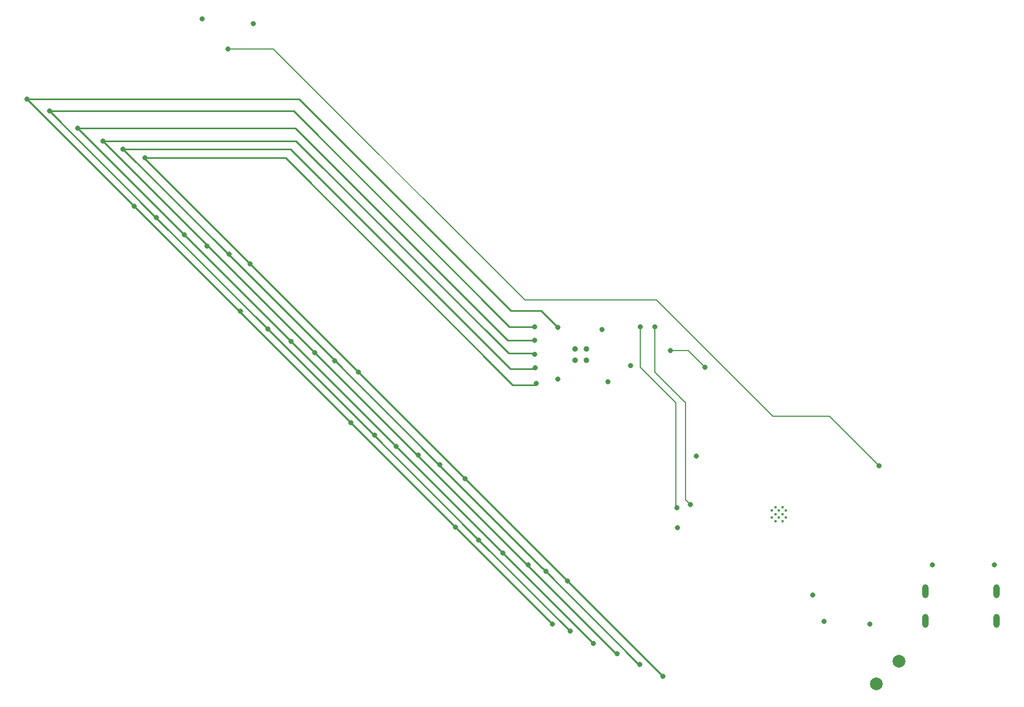
<source format=gbr>
%TF.GenerationSoftware,KiCad,Pcbnew,(7.0.0)*%
%TF.CreationDate,2023-03-08T22:11:07-06:00*%
%TF.ProjectId,LED Fan Blade,4c454420-4661-46e2-9042-6c6164652e6b,rev?*%
%TF.SameCoordinates,Original*%
%TF.FileFunction,Copper,L4,Bot*%
%TF.FilePolarity,Positive*%
%FSLAX46Y46*%
G04 Gerber Fmt 4.6, Leading zero omitted, Abs format (unit mm)*
G04 Created by KiCad (PCBNEW (7.0.0)) date 2023-03-08 22:11:07*
%MOMM*%
%LPD*%
G01*
G04 APERTURE LIST*
G04 Aperture macros list*
%AMRoundRect*
0 Rectangle with rounded corners*
0 $1 Rounding radius*
0 $2 $3 $4 $5 $6 $7 $8 $9 X,Y pos of 4 corners*
0 Add a 4 corners polygon primitive as box body*
4,1,4,$2,$3,$4,$5,$6,$7,$8,$9,$2,$3,0*
0 Add four circle primitives for the rounded corners*
1,1,$1+$1,$2,$3*
1,1,$1+$1,$4,$5*
1,1,$1+$1,$6,$7*
1,1,$1+$1,$8,$9*
0 Add four rect primitives between the rounded corners*
20,1,$1+$1,$2,$3,$4,$5,0*
20,1,$1+$1,$4,$5,$6,$7,0*
20,1,$1+$1,$6,$7,$8,$9,0*
20,1,$1+$1,$8,$9,$2,$3,0*%
G04 Aperture macros list end*
%TA.AperFunction,ComponentPad*%
%ADD10C,0.900000*%
%TD*%
%TA.AperFunction,ComponentPad*%
%ADD11C,2.000000*%
%TD*%
%TA.AperFunction,ComponentPad*%
%ADD12RoundRect,0.500000X0.000000X-0.600000X0.000000X-0.600000X0.000000X0.600000X0.000000X0.600000X0*%
%TD*%
%TA.AperFunction,ComponentPad*%
%ADD13C,0.400000*%
%TD*%
%TA.AperFunction,ViaPad*%
%ADD14C,0.800000*%
%TD*%
%TA.AperFunction,Conductor*%
%ADD15C,0.150000*%
%TD*%
%TA.AperFunction,Conductor*%
%ADD16C,0.250000*%
%TD*%
G04 APERTURE END LIST*
D10*
%TO.P,LED-Driver1,41,GND*%
%TO.N,GND*%
X115184000Y-76870000D03*
X113384000Y-76870000D03*
X115184000Y-78670000D03*
X113384000Y-78670000D03*
%TD*%
D11*
%TO.P,J1,1,Pin_1*%
%TO.N,+12V*%
X160782000Y-129540000D03*
%TO.P,J1,2,Pin_2*%
%TO.N,GND*%
X164317534Y-126004466D03*
%TD*%
D12*
%TO.P,USB-C1,S1,SHIELD*%
%TO.N,Net-(USB-C1-SHIELD)*%
X168426000Y-114994000D03*
X168426000Y-119664000D03*
X179586000Y-114994000D03*
X179586000Y-119674000D03*
%TD*%
D13*
%TO.P,ESP1,28,GND*%
%TO.N,GND*%
X144890500Y-101768000D03*
%TO.P,ESP1,29,GND*%
X145990500Y-101768000D03*
%TO.P,ESP1,30,GND*%
X144340500Y-102318000D03*
%TO.P,ESP1,31,GND*%
X145440500Y-102318000D03*
%TO.P,ESP1,32,GND*%
X146540500Y-102318000D03*
%TO.P,ESP1,33,GND*%
X144890500Y-102868000D03*
%TO.P,ESP1,34,GND*%
X145990500Y-102868000D03*
%TO.P,ESP1,35,GND*%
X144340500Y-103418000D03*
%TO.P,ESP1,36,GND*%
X145440500Y-103418000D03*
%TO.P,ESP1,37,GND*%
X146540500Y-103418000D03*
%TO.P,ESP1,38,GND*%
X144890500Y-103968000D03*
%TO.P,ESP1,39,GND*%
X145990500Y-103968000D03*
%TD*%
D14*
%TO.N,GND*%
X62865000Y-25781000D03*
X118618000Y-82042000D03*
X179250000Y-110857500D03*
X152522000Y-119761000D03*
X159761000Y-120142000D03*
X169545000Y-110871000D03*
%TO.N,+3.3V*%
X129540000Y-105029000D03*
X132461000Y-93726000D03*
X117665500Y-73850500D03*
X150744000Y-115570000D03*
X122174000Y-79502000D03*
X110744000Y-81661000D03*
X54864000Y-25019000D03*
%TO.N,MISO*%
X131572000Y-101346000D03*
X125984000Y-73406000D03*
%TO.N,SS*%
X129413000Y-101854000D03*
X123698000Y-73406000D03*
%TO.N,Hall Sense*%
X161163000Y-95250000D03*
X58928000Y-29718000D03*
%TO.N,VSYNC*%
X128389000Y-77097000D03*
X133858000Y-79756000D03*
%TO.N,SWO<-->LED(0-5)*%
X94615000Y-104902000D03*
X27305000Y-37592000D03*
X78232000Y-88519000D03*
X60833000Y-70993000D03*
X109855000Y-120142000D03*
X44196000Y-54483000D03*
X110744000Y-73533000D03*
%TO.N,SW1<-->LED(6-11)*%
X47625000Y-56261000D03*
X81915000Y-90424000D03*
X107061000Y-73406000D03*
X65151000Y-73787000D03*
X30861000Y-39497000D03*
X112649000Y-121285000D03*
X98298000Y-106934000D03*
%TO.N,SW2<-->LED(12-17)*%
X85344000Y-92202000D03*
X68834000Y-75692000D03*
X102108000Y-108966000D03*
X107061000Y-75565000D03*
X35306000Y-42164000D03*
X116332000Y-123190000D03*
X52070000Y-58928000D03*
%TO.N,SW3<-->LED(18-23)*%
X120015000Y-124841000D03*
X72517000Y-77470000D03*
X107061000Y-77724000D03*
X106045000Y-110871000D03*
X88773000Y-93599000D03*
X39243000Y-44196000D03*
X55626000Y-60706000D03*
%TO.N,SW4<-->LED(24-29)*%
X75692000Y-78740000D03*
X123571000Y-126492000D03*
X42418000Y-45466000D03*
X108839000Y-111887000D03*
X59055000Y-61976000D03*
X92202000Y-95123000D03*
X107188000Y-79883000D03*
%TO.N,SW5<-->LED(30-35)*%
X79375000Y-80518000D03*
X62357000Y-63500000D03*
X96139000Y-97282000D03*
X107315000Y-82296000D03*
X127254000Y-128397000D03*
X112268000Y-113411000D03*
X45847000Y-46863000D03*
%TD*%
D15*
%TO.N,MISO*%
X130810000Y-85344000D02*
X130810000Y-100584000D01*
X125984000Y-73406000D02*
X125984000Y-80518000D01*
X125984000Y-80518000D02*
X130810000Y-85344000D01*
X130810000Y-100584000D02*
X131572000Y-101346000D01*
%TO.N,SS*%
X129286000Y-85344000D02*
X123698000Y-79756000D01*
X123698000Y-79756000D02*
X123698000Y-73406000D01*
X129286000Y-101727000D02*
X129286000Y-85344000D01*
X129413000Y-101854000D02*
X129286000Y-101727000D01*
%TO.N,Hall Sense*%
X66040000Y-29718000D02*
X105537000Y-69215000D01*
X58928000Y-29718000D02*
X66040000Y-29718000D01*
X126238000Y-69215000D02*
X144526000Y-87503000D01*
X144526000Y-87503000D02*
X153416000Y-87503000D01*
X105537000Y-69215000D02*
X126238000Y-69215000D01*
X153416000Y-87503000D02*
X161163000Y-95250000D01*
%TO.N,VSYNC*%
X128389000Y-77097000D02*
X131199000Y-77097000D01*
X131199000Y-77097000D02*
X133858000Y-79756000D01*
D16*
%TO.N,SWO<-->LED(0-5)*%
X60452000Y-70612000D02*
X60325000Y-70612000D01*
X94297500Y-104584500D02*
X78232000Y-88519000D01*
X60325000Y-70612000D02*
X43624500Y-53911500D01*
X94615000Y-104902000D02*
X94297500Y-104584500D01*
X44196000Y-54483000D02*
X43624500Y-53911500D01*
X94297500Y-104584500D02*
X109855000Y-120142000D01*
X103378000Y-70866000D02*
X108077000Y-70866000D01*
X70104000Y-37592000D02*
X103378000Y-70866000D01*
X27305000Y-37592000D02*
X70104000Y-37592000D01*
X108077000Y-70866000D02*
X110744000Y-73533000D01*
X78232000Y-88519000D02*
X60325000Y-70612000D01*
X27305000Y-37592000D02*
X43624500Y-53911500D01*
X60833000Y-70993000D02*
X60452000Y-70612000D01*
%TO.N,SW1<-->LED(6-11)*%
X98107500Y-106743500D02*
X97853500Y-106489500D01*
X81788000Y-90424000D02*
X81153000Y-89789000D01*
X98298000Y-106934000D02*
X98107500Y-106743500D01*
X47625000Y-56261000D02*
X47244000Y-55880000D01*
X103124000Y-73406000D02*
X107061000Y-73406000D01*
X81153000Y-89789000D02*
X65151000Y-73787000D01*
X98298000Y-106934000D02*
X97853500Y-106489500D01*
X98107500Y-106743500D02*
X112649000Y-121285000D01*
X81915000Y-90424000D02*
X81788000Y-90424000D01*
X65151000Y-73787000D02*
X47244000Y-55880000D01*
X69215000Y-39497000D02*
X103124000Y-73406000D01*
X30861000Y-39497000D02*
X47244000Y-55880000D01*
X97853500Y-106489500D02*
X81153000Y-89789000D01*
X30861000Y-39497000D02*
X69215000Y-39497000D01*
%TO.N,SW2<-->LED(12-17)*%
X102108000Y-108966000D02*
X101663500Y-108521500D01*
X52070000Y-58928000D02*
X51562000Y-58420000D01*
X35306000Y-42164000D02*
X51562000Y-58420000D01*
X69469000Y-42164000D02*
X102870000Y-75565000D01*
X68834000Y-75692000D02*
X51562000Y-58420000D01*
X85344000Y-92202000D02*
X68834000Y-75692000D01*
X102870000Y-75565000D02*
X107061000Y-75565000D01*
X101663500Y-108521500D02*
X85344000Y-92202000D01*
X35306000Y-42164000D02*
X69469000Y-42164000D01*
X101663500Y-108521500D02*
X116332000Y-123190000D01*
%TO.N,SW3<-->LED(18-23)*%
X69596000Y-44196000D02*
X102997000Y-77597000D01*
X120015000Y-124841000D02*
X119888000Y-124841000D01*
X88265000Y-93218000D02*
X72009000Y-76962000D01*
X88646000Y-93599000D02*
X88265000Y-93218000D01*
X102997000Y-77597000D02*
X106934000Y-77597000D01*
X105283000Y-110236000D02*
X88265000Y-93218000D01*
X105410000Y-110363000D02*
X119888000Y-124841000D01*
X105410000Y-110363000D02*
X105283000Y-110236000D01*
X106045000Y-110871000D02*
X105918000Y-110871000D01*
X88773000Y-93599000D02*
X88646000Y-93599000D01*
X72517000Y-77470000D02*
X72009000Y-76962000D01*
X106934000Y-77597000D02*
X107061000Y-77724000D01*
X55626000Y-60579000D02*
X55245000Y-60198000D01*
X105918000Y-110871000D02*
X105410000Y-110363000D01*
X72009000Y-76962000D02*
X55245000Y-60198000D01*
X39243000Y-44196000D02*
X69596000Y-44196000D01*
X55626000Y-60706000D02*
X55626000Y-60579000D01*
X105918000Y-110871000D02*
X105283000Y-110236000D01*
X39243000Y-44196000D02*
X55245000Y-60198000D01*
%TO.N,SW4<-->LED(24-29)*%
X91440000Y-94488000D02*
X74866500Y-77914500D01*
X108331000Y-111379000D02*
X123444000Y-126492000D01*
X103251000Y-80010000D02*
X107061000Y-80010000D01*
X107061000Y-80010000D02*
X107188000Y-79883000D01*
X75692000Y-78740000D02*
X74866500Y-77914500D01*
X108839000Y-111887000D02*
X108204000Y-111252000D01*
X59055000Y-61976000D02*
X58928000Y-61976000D01*
X42418000Y-45466000D02*
X58293000Y-61341000D01*
X123571000Y-126492000D02*
X123444000Y-126492000D01*
X74866500Y-77914500D02*
X58293000Y-61341000D01*
X92202000Y-95123000D02*
X92075000Y-95123000D01*
X42418000Y-45466000D02*
X68707000Y-45466000D01*
X92075000Y-95123000D02*
X91440000Y-94488000D01*
X108839000Y-111887000D02*
X108331000Y-111379000D01*
X58928000Y-61976000D02*
X58293000Y-61341000D01*
X108204000Y-111252000D02*
X91440000Y-94488000D01*
X68707000Y-45466000D02*
X103251000Y-80010000D01*
X108331000Y-111379000D02*
X108204000Y-111252000D01*
%TO.N,SW5<-->LED(30-35)*%
X45847000Y-46863000D02*
X67945000Y-46863000D01*
X67945000Y-46863000D02*
X103632000Y-82550000D01*
X96139000Y-97282000D02*
X95694500Y-96837500D01*
X111696500Y-112839500D02*
X111569500Y-112712500D01*
X103632000Y-82550000D02*
X107061000Y-82550000D01*
X79375000Y-80518000D02*
X78740000Y-79883000D01*
X112649000Y-113792000D02*
X111696500Y-112839500D01*
X112268000Y-113411000D02*
X111696500Y-112839500D01*
X45847000Y-46863000D02*
X45847000Y-46990000D01*
X112268000Y-113411000D02*
X112649000Y-113792000D01*
X62357000Y-63500000D02*
X61785500Y-62928500D01*
X111569500Y-112712500D02*
X95694500Y-96837500D01*
X78740000Y-79883000D02*
X61785500Y-62928500D01*
X127254000Y-128397000D02*
X112649000Y-113792000D01*
X45847000Y-46990000D02*
X61785500Y-62928500D01*
X107061000Y-82550000D02*
X107315000Y-82296000D01*
X95694500Y-96837500D02*
X78740000Y-79883000D01*
X112268000Y-113411000D02*
X111569500Y-112712500D01*
%TD*%
M02*

</source>
